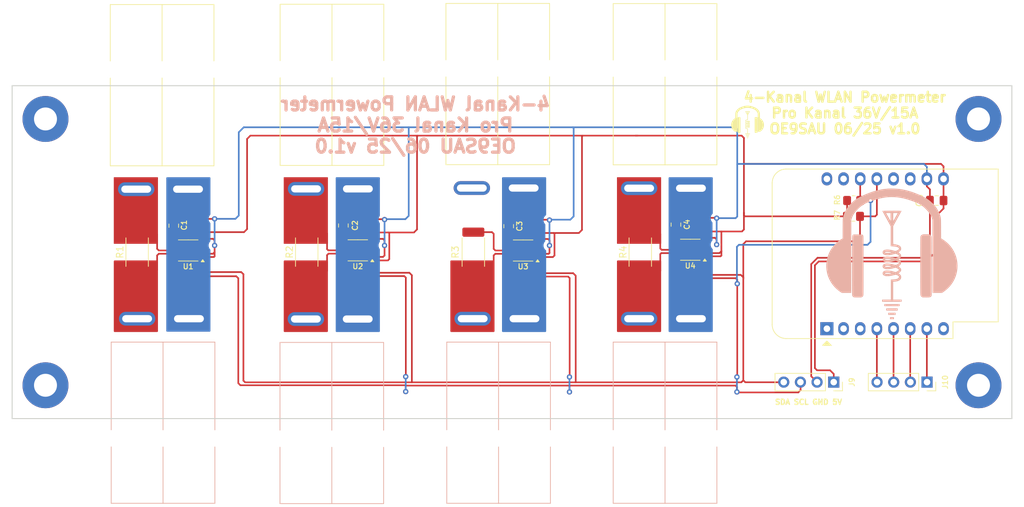
<source format=kicad_pcb>
(kicad_pcb (version 20240108) (generator "pcbnew") (generator_version "8.0")
  (layers (0 "F.Cu" signal) (31 "B.Cu" signal) (34 "B.Paste" user) (35 "F.Paste" user) (36 "B.SilkS" user "B.Silkscreen") (37 "F.SilkS" user "F.Silkscreen") (38 "B.Mask" user) (39 "F.Mask" user) (44 "Edge.Cuts" user))
  (net 0 "")
  (net 2 "Net-(J1-Pin_1)")
  (net 3 "+5V")
  (net 4 "GND")
  (net 5 "Net-(J2-Pin_1)")
  (net 6 "Net-(J9-Pin_4)")
  (net 7 "Net-(J9-Pin_3)")
  (net 9 "Net-(J3-Pin_1)")
  (net 10 "Net-(J4-Pin_1)")
  (net 11 "Net-(J5-Pin_1)")
  (net 12 "Net-(J6-Pin_1)")
  (net 13 "Net-(J7-Pin_1)")
  (net 14 "Net-(J8-Pin_1)")
  (net 15 "unconnected-(U4-~{Alert}-Pad3)")
  (net 20 "Net-(J10-Pin_3)")
  (net 23 "Net-(J10-Pin_1)")
  (net 24 "Net-(J10-Pin_2)")
  (net 25 "Net-(J10-Pin_4)")
  (net 29 "Net-(J1-Pin_2)")
  (net 30 "Net-(J3-Pin_2)")
  (net 31 "Net-(J5-Pin_2)")
  (net 32 "Net-(J7-Pin_2)")
  (footprint "Connector_Anderson:PowerPole_PP45_1336G1_1x2_Horizontal" (layer "F.Cu") (at 115.9256 79.248)
    (property "Reference" "J3" (hide yes))
    (property "Value" "Conn_01x02")
  )
  (footprint "MountingHole:MountingHole_3.5mm_Pad" (layer "F.Cu") (at 76.2 68.58)
    (property "Reference" "H1" (hide yes))
    (property "Value" "MountingHole_Pad")
  )
  (footprint "Capacitor_SMD:C_0805_2012Metric_Pad1.18x1.45mm_HandSolder" (layer "F.Cu") (at 146.812 84.9415 90)
    (property "Reference" "C3")
    (property "Value" "100nF")
  )
  (footprint "Package_SO:VSSOP-10_3x3mm_P0.5mm" (layer "F.Cu") (at 97.958 88.646 180)
    (property "Reference" "U1")
    (property "Value" "INA226")
  )
  (footprint "Resistor_SMD:R_2512_6332Metric_Pad1.40x3.35mm_HandSolder" (layer "F.Cu") (at 90.17 88.9 90)
    (property "Reference" "R1")
    (property "Value" "R002")
  )
  (footprint "MountingHole:MountingHole_3.5mm_Pad" (layer "F.Cu") (at 218.44 68.58)
    (property "Reference" "H3" (hide yes))
    (property "Value" "MountingHole_Pad")
  )
  (footprint "Resistor_SMD:R_2512_6332Metric_Pad1.40x3.35mm_HandSolder" (layer "F.Cu") (at 166.878 88.9 90)
    (property "Reference" "R4")
    (property "Value" "R002")
  )
  (footprint "LOGO" (layer "F.Cu") (at 183.2356 69.0372)
    (property "Reference" "G0" (hide yes))
    (property "Value" "LOGO" (hide yes))
  )
  (footprint "MountingHole:MountingHole_3.5mm_Pad" (layer "F.Cu") (at 76.2 109.22)
    (property "Reference" "H2" (hide yes))
    (property "Value" "MountingHole_Pad")
  )
  (footprint "Capacitor_SMD:C_0805_2012Metric_Pad1.18x1.45mm_HandSolder" (layer "F.Cu") (at 95.758 84.8653 90)
    (property "Reference" "C1")
    (property "Value" "100nF")
  )
  (footprint "MountingHole:MountingHole_3.5mm_Pad" (layer "F.Cu") (at 218.44 109.22)
    (property "Reference" "H4" (hide yes))
    (property "Value" "MountingHole_Pad")
  )
  (footprint "Module:WEMOS_D1_mini_light" (layer "F.Cu") (at 195.326 100.584 90)
    (property "Reference" "U5" (hide yes))
    (property "Value" "WeMos_D1_mini")
  )
  (footprint "Resistor_SMD:R_0805_2012Metric_Pad1.20x1.40mm_HandSolder" (layer "F.Cu") (at 199.406 81.026)
    (property "Reference" "R6")
    (property "Value" "4k7")
  )
  (footprint "Resistor_SMD:R_2512_6332Metric_Pad1.40x3.35mm_HandSolder" (layer "F.Cu") (at 141.4272 88.902 -90)
    (property "Reference" "R3")
    (property "Value" "R002")
  )
  (footprint "Capacitor_SMD:C_0805_2012Metric_Pad1.18x1.45mm_HandSolder" (layer "F.Cu") (at 121.6152 84.836 90)
    (property "Reference" "C2")
    (property "Value" "100nF")
  )
  (footprint "Capacitor_SMD:C_0805_2012Metric_Pad1.18x1.45mm_HandSolder" (layer "F.Cu") (at 172.3136 84.7024 90)
    (property "Reference" "C4")
    (property "Value" "100nF")
  )
  (footprint "Package_SO:VSSOP-10_3x3mm_P0.5mm" (layer "F.Cu") (at 123.8152 88.63 180)
    (property "Reference" "U2")
    (property "Value" "INA226")
  )
  (footprint "Connector_Anderson:PowerPole_PP45_1336G1_1x2_Horizontal" (layer "F.Cu") (at 141.198 79.121)
    (property "Reference" "J5" (hide yes))
    (property "Value" "Conn_01x02")
  )
  (footprint "Resistor_SMD:R_2512_6332Metric_Pad1.40x3.35mm_HandSolder" (layer "F.Cu") (at 116.0272 88.898 90)
    (property "Reference" "R2")
    (property "Value" "R002")
  )
  (footprint "Capacitor_SMD:C_0805_2012Metric_Pad1.18x1.45mm_HandSolder" (layer "F.Cu") (at 212.0685 81.026 180)
    (property "Reference" "C5")
    (property "Value" "100nF")
  )
  (footprint "Connector_PinSocket_2.54mm:PinSocket_1x04_P2.54mm_Vertical" (layer "F.Cu") (at 196.3674 108.7374 -90)
    (property "Reference" "J9")
    (property "Value" "Conn_01x04_Socket")
  )
  (footprint "Resistor_SMD:R_0805_2012Metric_Pad1.20x1.40mm_HandSolder" (layer "F.Cu") (at 199.374 83.439)
    (property "Reference" "R7")
    (property "Value" "4k7")
  )
  (footprint "Connector_Anderson:PowerPole_PP45_1336G1_1x2_Horizontal" (layer "F.Cu") (at 90.03 79.296)
    (property "Reference" "J1" (hide yes))
    (property "Value" "Conn_01x02")
  )
  (footprint "Package_SO:VSSOP-10_3x3mm_P0.5mm" (layer "F.Cu") (at 149.012 88.654 180)
    (property "Reference" "U3")
    (property "Value" "INA226")
  )
  (footprint "Connector_PinSocket_2.54mm:PinSocket_1x04_P2.54mm_Vertical" (layer "F.Cu") (at 210.5914 108.7374 -90)
    (property "Reference" "J10")
    (property "Value" "Conn_01x04_Socket")
  )
  (footprint "Connector_Anderson:PowerPole_PP45_1336G1_1x2_Horizontal" (layer "F.Cu") (at 166.6996 79.1464)
    (property "Reference" "J7" (hide yes))
    (property "Value" "Conn_01x02")
  )
  (footprint "Package_SO:VSSOP-10_3x3mm_P0.5mm" (layer "F.Cu") (at 174.498 88.535 180)
    (property "Reference" "U4")
    (property "Value" "INA226")
  )
  (footprint "Connector_Anderson:PowerPole_PP45_1336G1_1x2_Horizontal" (layer "B.Cu") (at 141.325 99.06)
    (property "Reference" "J6" (hide yes))
    (property "Value" "Conn_01x02")
  )
  (footprint "LOGO" (layer "B.Cu") (at 205.232 89.154 180)
    (property "Reference" "G1" (hide yes))
    (property "Value" "LOGO" (hide yes))
  )
  (footprint "Connector_Anderson:PowerPole_PP45_1336G1_1x2_Horizontal" (layer "B.Cu") (at 115.8996 99.1108)
    (property "Reference" "J4" (hide yes))
    (property "Value" "Conn_01x02")
  )
  (footprint "Connector_Anderson:PowerPole_PP45_1336G1_1x2_Horizontal" (layer "B.Cu") (at 90.17 99.06)
    (property "Reference" "J2" (hide yes))
    (property "Value" "Conn_01x02")
  )
  (footprint "Connector_Anderson:PowerPole_PP45_1336G1_1x2_Horizontal" (layer "B.Cu") (at 166.6996 99.06)
    (property "Reference" "J8" (hide yes))
    (property "Value" "Conn_01x02")
  )
  (gr_line (start 223.52 63.5) (end 71.12 63.5) (stroke (width 0.15)) (layer "Edge.Cuts"))
  (gr_line (start 223.52 114.3) (end 223.52 63.5) (stroke (width 0.15)) (layer "Edge.Cuts"))
  (gr_line (start 71.12 63.5) (end 71.12 114.3) (stroke (width 0.15)) (layer "Edge.Cuts"))
  (gr_line (start 71.12 114.3) (end 223.52 114.3) (stroke (width 0.15)) (layer "Edge.Cuts"))
  (gr_text "4-Kanal WLAN Powermeter\nPro Kanal 36V/15A\nOE9SAU 06/25 v1.0" (at 132.588 73.914 0) (layer "B.SilkS") (effects (font (size 2 2) (thickness 0.5) (bold yes)) (justify bottom mirror)))
  (gr_text "4-Kanal WLAN Powermeter\nPro Kanal 36V/15A\nOE9SAU 06/25 v1.0" (at 198.0692 70.9676 0) (layer "F.SilkS") (effects (font (size 1.5 1.5) (thickness 0.375) (bold yes)) (justify bottom)))
  (gr_text "SDA SCL GND 5V" (at 192.532 112.2426 0) (layer "F.SilkS") (effects (font (size 0.8 0.8) (thickness 0.2) (bold yes)) (justify bottom)))
  (segment (start 93.472 88.646) (end 93.218 88.392) (width 0.25) (layer "F.Cu") (net 2))
  (segment (start 93.218 88.392) (end 93.218 86.233) (width 0.25) (layer "F.Cu") (net 2))
  (segment (start 97.028 88.9) (end 97.028 89.408) (width 0.25) (layer "F.Cu") (net 2))
  (segment (start 92.835 85.85) (end 90.17 85.85) (width 0.25) (layer "F.Cu") (net 2))
  (segment (start 96.774 88.646) (end 97.028 88.9) (width 0.25) (layer "F.Cu") (net 2))
  (segment (start 97.028 89.408) (end 96.79 89.646) (width 0.25) (layer "F.Cu") (net 2))
  (segment (start 93.218 86.233) (end 92.835 85.85) (width 0.25) (layer "F.Cu") (net 2))
  (segment (start 95.758 88.646) (end 93.472 88.646) (width 0.25) (layer "F.Cu") (net 2))
  (segment (start 95.758 88.646) (end 96.774 88.646) (width 0.25) (layer "F.Cu") (net 2))
  (segment (start 90.17 79.69) (end 90.03 79.55) (width 0.25) (layer "F.Cu") (net 2))
  (segment (start 96.79 89.646) (end 95.758 89.646) (width 0.25) (layer "F.Cu") (net 2))
  (segment (start 195.8086 106.934) (end 193.8274 106.934) (width 0.25) (layer "F.Cu") (net 3))
  (segment (start 95.758 86.36) (end 95.758 87.646) (width 0.25) (layer "F.Cu") (net 3))
  (segment (start 107.442 71.12) (end 106.934 71.628) (width 0.25) (layer "F.Cu") (net 3))
  (segment (start 182.6768 75.438) (end 182.6768 71.4756) (width 0.25) (layer "F.Cu") (net 3))
  (segment (start 182.6768 85.4456) (end 182.6768 82.8987) (width 0.25) (layer "F.Cu") (net 3))
  (segment (start 198.406 83.407) (end 198.374 83.439) (width 0.25) (layer "F.Cu") (net 3))
  (segment (start 196.3674 108.7374) (end 196.3674 107.4928) (width 0.25) (layer "F.Cu") (net 3))
  (segment (start 178.9383 89.0524) (end 179.2431 88.7476) (width 0.25) (layer "F.Cu") (net 3))
  (segment (start 106.934 85.381) (end 106.463 85.852) (width 0.25) (layer "F.Cu") (net 3))
  (segment (start 124.714 89.916) (end 124.968 90.17) (width 0.25) (layer "F.Cu") (net 3))
  (segment (start 213.106 75.819) (end 212.725 75.438) (width 0.25) (layer "F.Cu") (net 3))
  (segment (start 151.212 89.654) (end 153.551 89.654) (width 0.25) (layer "F.Cu") (net 3))
  (segment (start 157.517 85.979) (end 153.67 85.979) (width 0.25) (layer "F.Cu") (net 3))
  (segment (start 128.397 90.17) (end 128.614 89.953) (width 0.25) (layer "F.Cu") (net 3))
  (segment (start 146.812 85.979) (end 146.812 87.654) (width 0.25) (layer "F.Cu") (net 3))
  (segment (start 132.842 71.247) (end 132.842 85.4318) (width 0.25) (layer "F.Cu") (net 3))
  (segment (start 172.3136 87.462) (end 172.298 87.4776) (width 0.25) (layer "F.Cu") (net 3))
  (segment (start 166.497 71.12) (end 166.1668 71.12) (width 0.25) (layer "F.Cu") (net 3))
  (segment (start 172.3136 85.7399) (end 172.3241 85.7504) (width 0.25) (layer "F.Cu") (net 3))
  (segment (start 126.0152 89.13) (end 124.992 89.13) (width 0.25) (layer "F.Cu") (net 3))
  (segment (start 121.8322 86.1084) (end 121.6152 86.3254) (width 0.25) (layer "F.Cu") (net 3))
  (segment (start 172.3241 85.7504) (end 182.372 85.7504) (width 0.25) (layer "F.Cu") (net 3))
  (segment (start 193.4972 106.6038) (end 193.4972 90.9066) (width 0.25) (layer "F.Cu") (net 3))
  (segment (start 157.988 85.508) (end 157.517 85.979) (width 0.25) (layer "F.Cu") (net 3))
  (segment (start 213.106 77.724) (end 213.106 75.819) (width 0.25) (layer "F.Cu") (net 3))
  (segment (start 182.372 85.7504) (end 182.6768 85.4456) (width 0.25) (layer "F.Cu") (net 3))
  (segment (start 182.6768 75.438) (end 183.4711 75.438) (width 0.25) (layer "F.Cu") (net 3))
  (segment (start 158.115 71.12) (end 157.988 71.247) (width 0.25) (layer "F.Cu") (net 3))
  (segment (start 132.842 85.4318) (end 132.371 85.9028) (width 0.25) (layer "F.Cu") (net 3))
  (segment (start 176.7662 89.535) (end 179.1208 89.535) (width 0.25) (layer "F.Cu") (net 3))
  (segment (start 106.463 85.852) (end 96.266 85.852) (width 0.25) (layer "F.Cu") (net 3))
  (segment (start 182.3212 71.12) (end 166.1668 71.12) (width 0.25) (layer "F.Cu") (net 3))
  (segment (start 198.374 83.439) (end 182.8038 83.439) (width 0.25) (layer "F.Cu") (net 3))
  (segment (start 106.934 71.628) (end 106.934 85.381) (width 0.25) (layer "F.Cu") (net 3))
  (segment (start 124.968 90.17) (end 128.397 90.17) (width 0.25) (layer "F.Cu") (net 3))
  (segment (start 157.988 71.247) (end 157.988 85.508) (width 0.25) (layer "F.Cu") (net 3))
  (segment (start 182.8038 83.439) (end 182.6768 83.312) (width 0.25) (layer "F.Cu") (net 3))
  (segment (start 182.6768 83.312) (end 182.6768 82.8987) (width 0.25) (layer "F.Cu") (net 3))
  (segment (start 153.67 85.979) (end 147.32 85.979) (width 0.25) (layer "F.Cu") (net 3))
  (segment (start 172.3136 85.7399) (end 172.3136 87.462) (width 0.25) (layer "F.Cu") (net 3))
  (segment (start 194.0814 90.3224) (end 210.439 90.3224) (width 0.25) (layer "F.Cu") (net 3))
  (segment (start 210.439 90.3224) (end 211.5566 89.2048) (width 0.25) (layer "F.Cu") (net 3))
  (segment (start 132.371 85.9028) (end 122.174 85.9028) (width 0.25) (layer "F.Cu") (net 3))
  (segment (start 179.1208 89.535) (end 179.2431 89.4127) (width 0.25) (layer "F.Cu") (net 3))
  (segment (start 179.2431 89.4127) (end 179.2431 88.7476) (width 0.25) (layer "F.Cu") (net 3))
  (segment (start 182.6768 71.4756) (end 182.3212 71.12) (width 0.25) (layer "F.Cu") (net 3))
  (segment (start 124.714 89.408) (end 124.714 89.916) (width 0.25) (layer "F.Cu") (net 3))
  (segment (start 153.797 89.408) (end 153.797 86.106) (width 0.25) (layer "F.Cu") (net 3))
  (segment (start 212.725 75.438) (end 183.4711 75.438) (width 0.25) (layer "F.Cu") (net 3))
  (segment (start 176.7728 89.0524) (end 178.9383 89.0524) (width 0.25) (layer "F.Cu") (net 3))
  (segment (start 132.969 71.12) (end 132.842 71.247) (width 0.25) (layer "F.Cu") (net 3))
  (segment (start 182.6768 82.8987) (end 182.6768 75.438) (width 0.25) (layer "F.Cu") (net 3))
  (segment (start 166.1668 71.12) (end 107.442 71.12) (width 0.25) (layer "F.Cu") (net 3))
  (segment (start 153.551 89.654) (end 153.797 89.408) (width 0.25) (layer "F.Cu") (net 3))
  (segment (start 179.2431 88.7476) (end 179.2431 85.7711) (width 0.25) (layer "F.Cu") (net 3))
  (segment (start 193.8274 106.934) (end 193.4972 106.6038) (width 0.25) (layer "F.Cu") (net 3))
  (segment (start 96.266 85.852) (end 95.758 86.36) (width 0.25) (layer "F.Cu") (net 3))
  (segment (start 196.3674 107.4928) (end 195.8086 106.934) (width 0.25) (layer "F.Cu") (net 3))
  (segment (start 198.406 81.026) (end 198.406 83.407) (width 0.25) (layer "F.Cu") (net 3))
  (segment (start 179.2431 85.7711) (end 179.2224 85.7504) (width 0.25) (layer "F.Cu") (net 3))
  (segment (start 213.106 77.724) (end 213.106 81.026) (width 0.25) (layer "F.Cu") (net 3))
  (segment (start 153.797 86.106) (end 153.67 85.979) (width 0.25) (layer "F.Cu") (net 3))
  (segment (start 211.5566 83.7946) (end 213.106 82.2452) (width 0.25) (layer "F.Cu") (net 3))
  (segment (start 121.6152 86.3254) (end 121.6152 87.6114) (width 0.25) (layer "F.Cu") (net 3))
  (segment (start 128.614 89.953) (end 128.614 86.0436) (width 0.25) (layer "F.Cu") (net 3))
  (segment (start 211.5566 89.2048) (end 211.5566 83.7946) (width 0.25) (layer "F.Cu") (net 3))
  (segment (start 128.4732 85.9028) (end 128.4224 85.9028) (width 0.25) (layer "F.Cu") (net 3))
  (segment (start 124.992 89.13) (end 124.714 89.408) (width 0.25) (layer "F.Cu") (net 3))
  (segment (start 172.298 86.2447) (end 172.3136 86.2291) (width 0.25) (layer "F.Cu") (net 3))
  (segment (start 193.4972 90.9066) (end 194.0814 90.3224) (width 0.25) (layer "F.Cu") (net 3))
  (segment (start 213.106 82.2452) (end 213.106 81.026) (width 0.25) (layer "F.Cu") (net 3))
  (segment (start 173.3564 88.035) (end 173.5074 87.884) (width 0.25) (layer "F.Cu") (net 4))
  (segment (start 210.566 78.867) (end 211.031 79.332) (width 0.25) (layer "F.Cu") (net 4))
  (segment (start 121.666 83.8786) (end 127.762 83.8786) (width 0.25) (layer "F.Cu") (net 4))
  (segment (start 122.8344 87.9856) (end 122.8344 87.1307) (width 0.25) (layer "F.Cu") (net 4))
  (segment (start 101.981 88.9) (end 101.981 87.884) (width 0.25) (layer "F.Cu") (net 4))
  (segment (start 152.908 89.154) (end 153.035 89.027) (width 0.25) (layer "F.Cu") (net 4))
  (segment (start 172.3296 88.035) (end 173.3564 88.035) (width 0.25) (layer "F.Cu") (net 4))
  (segment (start 96.9772 88.0364) (end 96.9772 87.0204) (width 0.25) (layer "F.Cu") (net 4))
  (segment (start 211.031 88.9684) (end 210.2358 89.7636) (width 0.25) (layer "F.Cu") (net 4))
  (segment (start 127.6437 86.8767) (end 127.889 87.122) (width 0.25) (layer "F.Cu") (net 4))
  (segment (start 101.735 89.146) (end 101.981 88.9) (width 0.25) (layer "F.Cu") (net 4))
  (segment (start 178.5112 86.9696) (end 178.5112 87.7316) (width 0.25) (layer "F.Cu") (net 4))
  (segment (start 192.9384 107.8484) (end 193.8274 108.7374) (width 0.25) (layer "F.Cu") (net 4))
  (segment (start 122.6653 88.1547) (end 122.8344 87.9856) (width 0.25) (layer "F.Cu") (net 4))
  (segment (start 153.0604 87.1474) (end 153.0604 87.9094) (width 0.25) (layer "F.Cu") (net 4))
  (segment (start 96.9772 87.0204) (end 97.1296 86.868) (width 0.25) (layer "F.Cu") (net 4))
  (segment (start 97.1296 86.868) (end 101.727 86.868) (width 0.25) (layer "F.Cu") (net 4))
  (segment (start 173.6598 86.7156) (end 178.2572 86.7156) (width 0.25) (layer "F.Cu") (net 4))
  (segment (start 211.031 79.332) (end 211.031 81.026) (width 0.25) (layer "F.Cu") (net 4))
  (segment (start 146.812 83.9548) (end 152.908 83.9548) (width 0.25) (layer "F.Cu") (net 4))
  (segment (start 193.9036 89.7636) (end 192.9384 90.7288) (width 0.25) (layer "F.Cu") (net 4))
  (segment (start 123.0884 86.8767) (end 127.6437 86.8767) (width 0.25) (layer "F.Cu") (net 4))
  (segment (start 101.727 86.868) (end 101.981 87.122) (width 0.25) (layer "F.Cu") (net 4))
  (segment (start 127.889 87.122) (end 127.889 87.884) (width 0.25) (layer "F.Cu") (net 4))
  (segment (start 121.5644 88.1547) (end 122.6653 88.1547) (width 0.25) (layer "F.Cu") (net 4))
  (segment (start 173.5074 87.884) (end 173.5074 86.868) (width 0.25) (layer "F.Cu") (net 4))
  (segment (start 96.8676 88.146) (end 96.9772 88.0364) (width 0.25) (layer "F.Cu") (net 4))
  (segment (start 210.2358 89.7636) (end 193.9036 89.7636) (width 0.25) (layer "F.Cu") (net 4))
  (segment (start 147.947 88.1714) (end 148.0566 88.0618) (width 0.25) (layer "F.Cu") (net 4))
  (segment (start 178.4673 83.6676) (end 178.5181 83.7184) (width 0.25) (layer "F.Cu") (net 4))
  (segment (start 100.158 89.646) (end 101.87 89.646) (width 0.25) (layer "F.Cu") (net 4))
  (segment (start 101.87 89.646) (end 101.981 89.535) (width 0.25) (layer "F.Cu") (net 4))
  (segment (start 127.889 87.884) (end 127.889 89.408) (width 0.25) (layer "F.Cu") (net 4))
  (segment (start 101.981 87.122) (end 101.981 87.884) (width 0.25) (layer "F.Cu") (net 4))
  (segment (start 173.5074 86.868) (end 173.6598 86.7156) (width 0.25) (layer "F.Cu") (net 4))
  (segment (start 127.667 89.63) (end 126.0152 89.63) (width 0.25) (layer "F.Cu") (net 4))
  (segment (start 153.035 89.027) (end 153.035 87.884) (width 0.25) (layer "F.Cu") (net 4))
  (segment (start 122.8344 87.1307) (end 123.0884 86.8767) (width 0.25) (layer "F.Cu") (net 4))
  (segment (start 95.758 88.146) (end 96.8676 88.146) (width 0.25) (layer "F.Cu") (net 4))
  (segment (start 178.2572 86.7156) (end 178.5112 86.9696) (width 0.25) (layer "F.Cu") (net 4))
  (segment (start 152.8064 86.8934) (end 153.0604 87.1474) (width 0.25) (layer "F.Cu") (net 4))
  (segment (start 101.981 89.535) (end 101.981 88.9) (width 0.25) (layer "F.Cu") (net 4))
  (segment (start 148.0566 88.0618) (end 148.0566 87.0458) (width 0.25) (layer "F.Cu") (net 4))
  (segment (start 172.3136 83.6649) (end 172.3163 83.6676) (width 0.25) (layer "F.Cu") (net 4))
  (segment (start 210.566 77.724) (end 210.566 78.867) (width 0.25) (layer "F.Cu") (net 4))
  (segment (start 95.758 83.8278) (end 101.854 83.8278) (width 0.25) (layer "F.Cu") (net 4))
  (segment (start 148.0566 87.0458) (end 148.209 86.8934) (width 0.25) (layer "F.Cu") (net 4))
  (segment (start 146.8374 88.1714) (end 147.947 88.1714) (width 0.25) (layer "F.Cu") (net 4))
  (segment (start 127.889 89.408) (end 127.667 89.63) (width 0.25) (layer "F.Cu") (net 4))
  (segment (start 172.3163 83.6676) (end 178.4673 83.6676) (width 0.25) (layer "F.Cu") (net 4))
  (segment (start 192.9384 90.7288) (end 192.9384 107.8484) (width 0.25) (layer "F.Cu") (net 4))
  (segment (start 211.031 81.026) (end 211.031 88.9684) (width 0.25) (layer "F.Cu") (net 4))
  (segment (start 100.158 89.146) (end 101.735 89.146) (width 0.25) (layer "F.Cu") (net 4))
  (segment (start 148.209 86.8934) (end 152.8064 86.8934) (width 0.25) (layer "F.Cu") (net 4))
  (segment (start 151.212 89.154) (end 152.908 89.154) (width 0.25) (layer "F.Cu") (net 4))
  (via (at 178.5181 87.757) (size 0.8) (drill 0.4) (layers "F.Cu" "B.Cu") (net 4))
  (via (at 178.5181 83.7184) (size 0.8) (drill 0.4) (layers "F.Cu" "B.Cu") (net 4))
  (via (at 101.981 83.82) (size 0.8) (drill 0.4) (layers "F.Cu" "B.Cu") (net 4))
  (via (at 127.889 83.9294) (size 0.8) (drill 0.4) (layers "F.Cu" "B.Cu") (net 4))
  (via (at 101.981 87.884) (size 0.8) (drill 0.4) (layers "F.Cu" "B.Cu") (net 4))
  (via (at 153.035 84.0056) (size 0.8) (drill 0.4) (layers "F.Cu" "B.Cu") (net 4))
  (via (at 153.035 87.884) (size 0.8) (drill 0.4) (layers "F.Cu" "B.Cu") (net 4))
  (via (at 127.889 87.884) (size 0.8) (drill 0.4) (layers "F.Cu" "B.Cu") (net 4))
  (segment (start 153.035 88.011) (end 153.035 83.947) (width 0.25) (layer "B.Cu") (net 4))
  (segment (start 181.6608 75.565) (end 181.6608 70.1548) (width 0.25) (layer "B.Cu") (net 4))
  (segment (start 131.064 83.8708) (end 131.572 83.3628) (width 0.25) (layer "B.Cu") (net 4))
  (segment (start 178.5181 83.7184) (end 181.4068 83.7184) (width 0.25) (layer "B.Cu") (net 4))
  (segment (start 105.664 70.612) (end 105.664 83.312) (width 0.25) (layer "B.Cu") (net 4))
  (segment (start 106.426 69.85) (end 105.664 70.612) (width 0.25) (layer "B.Cu") (net 4))
  (segment (start 156.718 83.439) (end 156.718 69.977) (width 0.25) (layer "B.Cu") (net 4))
  (segment (start 101.981 83.82) (end 101.981 87.884) (width 0.25) (layer "B.Cu") (net 4))
  (segment (start 181.356 69.85) (end 106.426 69.85) (width 0.25) (layer "B.Cu") (net 4))
  (segment (start 105.664 83.312) (end 105.156 83.82) (width 0.25) (layer "B.Cu") (net 4))
  (segment (start 131.572 83.3628) (end 131.572 69.85) (width 0.25) (layer "B.Cu") (net 4))
  (segment (start 128.0746 83.82) (end 127.889 84.0056) (width 0.25) (layer "B.Cu") (net 4))
  (segment (start 178.5181 84.2264) (end 178.5181 83.7184) (width 0.25) (layer "B.Cu") (net 4))
  (segment (start 156.718 69.977) (end 156.591 69.85) (width 0.25) (layer "B.Cu") (net 4))
  (segment (start 105.156 83.82) (end 101.981 83.82) (width 0.25) (layer "B.Cu") (net 4))
  (segment (start 181.4068 83.7184) (end 181.6608 83.4644) (width 0.25) (layer "B.Cu") (net 4))
  (segment (start 127.889 83.8708) (end 131.064 83.8708) (width 0.25) (layer "B.Cu") (net 4))
  (segment (start 127.889 88.011) (end 127.889 83.947) (width 0.25) (layer "B.Cu") (net 4))
  (segment (start 181.7116 75.438) (end 181.6608 75.4888) (width 0.25) (layer "B.Cu") (net 4))
  (segment (start 156.21 83.947) (end 156.718 83.439) (width 0.25) (layer "B.Cu") (net 4))
  (segment (start 181.6608 70.1548) (end 181.356 69.85) (width 0.25) (layer "B.Cu") (net 4))
  (segment (start 178.5181 83.7184) (end 178.5181 87.757) (width 0.25) (layer "B.Cu") (net 4))
  (segment (start 181.6608 83.4644) (end 181.6608 75.565) (width 0.25) (layer "B.Cu") (net 4))
  (segment (start 153.035 83.947) (end 156.21 83.947) (width 0.25) (layer "B.Cu") (net 4))
  (segment (start 210.1088 75.438) (end 181.7116 75.438) (width 0.25) (layer "B.Cu") (net 4))
  (segment (start 210.566 77.724) (end 210.566 75.8952) (width 0.25) (layer "B.Cu") (net 4))
  (segment (start 181.6608 75.4888) (end 181.6608 75.565) (width 0.25) (layer "B.Cu") (net 4))
  (segment (start 210.566 75.8952) (end 210.1088 75.438) (width 0.25) (layer "B.Cu") (net 4))
  (segment (start 93.218 91.567) (end 93.218 89.408) (width 0.25) (layer "F.Cu") (net 5))
  (segment (start 92.835 91.95) (end 93.218 91.567) (width 0.25) (layer "F.Cu") (net 5))
  (segment (start 90.17 91.95) (end 92.835 91.95) (width 0.25) (layer "F.Cu") (net 5))
  (segment (start 93.48 89.146) (end 95.758 89.146) (width 0.25) (layer "F.Cu") (net 5))
  (segment (start 93.218 89.408) (end 93.48 89.146) (width 0.25) (layer "F.Cu") (net 5))
  (segment (start 149.2568 88.1824) (end 151.1248 88.1824) (width 0.25) (layer "F.Cu") (net 6))
  (segment (start 157.03 108.712) (end 157.03 92.4996) (width 0.25) (layer "F.Cu") (net 6))
  (segment (start 174.8972 92.3726) (end 174.6322 92.1076) (width 0.25) (layer "F.Cu") (net 6))
  (segment (start 200.374 83.439) (end 200.374 86.9) (width 0.25) (layer "F.Cu") (net 6))
  (segment (start 183.007 87.249) (end 182.5824 87.6736) (width 0.25) (layer "F.Cu") (net 6))
  (segment (start 106.6364 108.77) (end 106.3752 108.5088) (width 0.25) (layer "F.Cu") (net 6))
  (segment (start 98.298 88.519) (end 98.671 88.146) (width 0.25) (layer "F.Cu") (net 6))
  (segment (start 132.0546 92.4306) (end 131.6736 92.0496) (width 0.25) (layer "F.Cu") (net 6))
  (segment (start 149.0798 88.3594) (end 149.2568 88.1824) (width 0.25) (layer "F.Cu") (net 6))
  (segment (start 132.0292 108.77) (end 106.6364 108.77) (width 0.25) (layer "F.Cu") (net 6))
  (segment (start 149.0798 91.879) (end 149.0798 88.3594) (width 0.25) (layer "F.Cu") (net 6))
  (segment (start 98.298 91.7956) (end 98.298 88.519) (width 0.25) (layer "F.Cu") (net 6))
  (segment (start 200.374 86.9) (end 200.025 87.249) (width 0.25) (layer "F.Cu") (net 6))
  (segment (start 202.946 77.724) (end 202.946 83.185) (width 0.25) (layer "F.Cu") (net 6))
  (segment (start 202.692 83.439) (end 200.374 83.439) (width 0.25) (layer "F.Cu") (net 6))
  (segment (start 124.333 92.0496) (end 124.1044 91.821) (width 0.25) (layer "F.Cu") (net 6))
  (segment (start 131.6736 92.0496) (end 124.333 92.0496) (width 0.25) (layer "F.Cu") (net 6))
  (segment (start 182.8872 108.7628) (end 188.4426 108.7628) (width 0.25) (layer "F.Cu") (net 6))
  (segment (start 124.1044 88.2904) (end 124.2814 88.1134) (width 0.25) (layer "F.Cu") (net 6))
  (segment (start 132.0546 108.7446) (end 132.0546 92.4306) (width 0.25) (layer "F.Cu") (net 6))
  (segment (start 182.5824 108.458) (end 182.5824 92.964) (width 0.25) (layer "F.Cu") (net 6))
  (segment (start 157.03 92.4996) (end 156.649 92.1186) (width 0.25) (layer "F.Cu") (net 6))
  (segment (start 182.5824 87.6736) (end 182.5824 92.964) (width 0.25) (layer "F.Cu") (net 6))
  (segment (start 182.5824 108.458) (end 182.8872 108.7628) (width 0.25) (layer "F.Cu") (net 6))
  (segment (start 106.3752 108.5088) (end 106.3752 92.2782) (width 0.25) (layer "F.Cu") (net 6))
  (segment (start 156.972 108.77) (end 157.03 108.712) (width 0.25) (layer "F.Cu") (net 6))
  (segment (start 182.2704 108.77) (end 182.3629 108.6775) (width 0.25) (layer "F.Cu") (net 6))
  (segment (start 182.5824 92.7536) (end 182.2014 92.3726) (width 0.25) (layer "F.Cu") (net 6))
  (segment (start 132.0292 108.77) (end 182.2704 108.77) (width 0.25) (layer "F.Cu") (net 6))
  (segment (start 174.6322 92.1076) (end 174.6322 88.3086) (width 0.25) (layer "F.Cu") (net 6))
  (segment (start 98.4504 91.948) (end 98.298 91.7956) (width 0.25) (layer "F.Cu") (net 6))
  (segment (start 174.9058 88.035) (end 176.698 88.035) (width 0.25) (layer "F.Cu") (net 6))
  (segment (start 132.0292 108.77) (end 132.0546 108.7446) (width 0.25) (layer "F.Cu") (net 6))
  (segment (start 98.671 88.146) (end 100.158 88.146) (width 0.25) (layer "F.Cu") (net 6))
  (segment (start 188.4426 108.7628) (end 188.7728 109.093) (width 0.25) (layer "F.Cu") (net 6))
  (segment (start 182.2014 92.3726) (end 174.8972 92.3726) (width 0.25) (layer "F.Cu") (net 6))
  (segment (start 202.946 83.185) (end 202.692 83.439) (width 0.25) (layer "F.Cu") (net 6))
  (segment (start 200.025 87.249) (end 183.007 87.249) (width 0.25) (layer "F.Cu") (net 6))
  (segment (start 124.2814 88.1134) (end 126.1494 88.1134) (width 0.25) (layer "F.Cu") (net 6))
  (segment (start 182.3629 108.6775) (end 182.5824 108.458) (width 0.25) (layer "F.Cu") (net 6))
  (segment (start 106.3752 92.2782) (end 106.045 91.948) (width 0.25) (layer "F.Cu") (net 6))
  (segment (start 182.5824 92.964) (end 182.5824 92.7536) (width 0.25) (layer "F.Cu") (net 6))
  (segment (start 106.045 91.948) (end 98.4504 91.948) (width 0.25) (layer "F.Cu") (net 6))
  (segment (start 124.1044 91.821) (end 124.1044 88.2904) (width 0.25) (layer "F.Cu") (net 6))
  (segment (start 174.6322 88.3086) (end 174.9058 88.035) (width 0.25) (layer "F.Cu") (net 6))
  (segment (start 149.3194 92.1186) (end 149.0798 91.879) (width 0.25) (layer "F.Cu") (net 6))
  (segment (start 156.649 92.1186) (end 149.3194 92.1186) (width 0.25) (layer "F.Cu") (net 6))
  (segment (start 97.79 87.884) (end 97.79 92.202) (width 0.25) (layer "F.Cu") (net 7))
  (segment (start 100.158 87.646) (end 98.028 87.646) (width 0.25) (layer "F.Cu") (net 7))
  (segment (start 181.6608 93.1164) (end 181.6608 107.8992) (width 0.25) (layer "F.Cu") (net 7))
  (segment (start 174.1822 87.8188) (end 174.1822 92.4814) (width 0.25) (layer "F.Cu") (net 7))
  (segment (start 156.1084 92.8624) (end 156.1084 107.95) (width 0.25) (layer "F.Cu") (net 7))
  (segment (start 148.9948 87.6824) (end 148.6298 88.0474) (width 0.25) (layer "F.Cu") (net 7))
  (segment (start 148.6298 92.2274) (end 149.029 92.6266) (width 0.25) (layer "F.Cu") (net 7))
  (segment (start 131.1148 110.1852) (end 131.1148 109.22) (width 0.25) (layer "F.Cu") (net 7))
  (segment (start 105.918 109.22) (end 131.1148 109.22) (width 0.25) (layer "F.Cu") (net 7))
  (segment (start 124.0536 92.5576) (end 130.8972 92.5576) (width 0.25) (layer "F.Cu") (net 7))
  (segment (start 190.9572 110.3122) (end 191.3128 109.9566) (width 0.25) (layer "F.Cu") (net 7))
  (segment (start 149.029 92.6266) (end 155.8726 92.6266) (width 0.25) (layer "F.Cu") (net 7))
  (segment (start 155.8726 92.6266) (end 156.1084 92.8624) (width 0.25) (layer "F.Cu") (net 7))
  (segment (start 151.1248 87.6824) (end 148.9948 87.6824) (width 0.25) (layer "F.Cu") (net 7))
  (segment (start 131.133 107.881) (end 131.1148 107.8992) (width 0.25) (layer "F.Cu") (net 7))
  (segment (start 191.3128 109.9566) (end 191.3128 109.093) (width 0.25) (layer "F.Cu") (net 7))
  (segment (start 200.406 77.724) (end 200.406 81.026) (width 0.25) (layer "F.Cu") (net 7))
  (segment (start 176.0692 87.5284) (end 174.4726 87.5284) (width 0.25) (layer "F.Cu") (net 7))
  (segment (start 105.283 92.583) (end 105.595 92.895) (width 0.25) (layer "F.Cu") (net 7))
  (segment (start 174.4726 87.5284) (end 174.1822 87.8188) (width 0.25) (layer "F.Cu") (net 7))
  (segment (start 123.6544 87.9784) (end 123.6544 92.1584) (width 0.25) (layer "F.Cu") (net 7))
  (segment (start 131.133 92.7934) (end 131.133 107.881) (width 0.25) (layer "F.Cu") (net 7))
  (segment (start 98.171 92.583) (end 105.283 92.583) (width 0.25) (layer "F.Cu") (net 7))
  (segment (start 148.6298 88.0474) (end 148.6298 92.2274) (width 0.25) (layer "F.Cu") (net 7))
  (segment (start 181.61 109.474) (end 181.3996 109.2636) (width 0.25) (layer "F.Cu") (net 7))
  (segment (start 126.1494 87.6134) (end 124.0194 87.6134) (width 0.25) (layer "F.Cu") (net 7))
  (segment (start 130.8972 92.5576) (end 131.133 92.7934) (width 0.25) (layer "F.Cu") (net 7))
  (segment (start 181.6862 110.3122) (end 190.9572 110.3122) (width 0.25) (layer "F.Cu") (net 7))
  (segment (start 105.595 108.897) (end 105.918 109.22) (width 0.25) (layer "F.Cu") (net 7))
  (segment (start 124.0194 87.6134) (end 123.6544 87.9784) (width 0.25) (layer "F.Cu") (net 7))
  (segment (start 174.5814 92.8806) (end 181.425 92.8806) (width 0.25) (layer "F.Cu") (net 7))
  (segment (start 156.083 110.236) (end 156.083 109.2708) (width 0.25) (layer "F.Cu") (net 7))
  (segment (start 200.406 81.026) (end 201.9808 81.026) (width 0.25) (layer "F.Cu") (net 7))
  (segment (start 181.61 110.236) (end 181.61 109.474) (width 0.25) (layer "F.Cu") (net 7))
  (segment (start 176.0946 87.5538) (end 176.0692 87.5284) (width 0.25) (layer "F.Cu") (net 7))
  (segment (start 181.6608 107.8992) (end 181.61 107.95) (width 0.25) (layer "F.Cu") (net 7))
  (segment (start 181.61 110.236) (end 181.6862 110.3122) (width 0.25) (layer "F.Cu") (net 7))
  (segment (start 98.028 87.646) (end 97.79 87.884) (width 0.25) (layer "F.Cu") (net 7))
  (segment (start 181.425 92.8806) (end 181.6608 93.1164) (width 0.25) (layer "F.Cu") (net 7))
  (segment (start 174.1822 92.4814) (end 174.5814 92.8806) (width 0.25) (layer "F.Cu") (net 7))
  (segment (start 105.595 92.895) (end 105.595 108.897) (width 0.25) (layer "F.Cu") (net 7))
  (segment (start 123.6544 92.1584) (end 124.0536 92.5576) (width 0.25) (layer "F.Cu") (net 7))
  (segment (start 131.1584 109.2636) (end 131.1148 109.22) (width 0.25) (layer "F.Cu") (net 7))
  (segment (start 97.79 92.202) (end 98.171 92.583) (width 0.25) (layer "F.Cu") (net 7))
  (segment (start 181.3996 109.2636) (end 131.1584 109.2636) (width 0.25) (layer "F.Cu") (net 7))
  (via (at 201.9808 81.026) (size 0.8) (drill 0.4) (layers "F.Cu" "B.Cu") (net 7))
  (via (at 181.61 107.95) (size 0.8) (drill 0.4) (layers "F.Cu" "B.Cu") (net 7))
  (via (at 156.083 110.236) (size 0.8) (drill 0.4) (layers "F.Cu" "B.Cu") (net 7))
  (via (at 156.083 107.95) (size 0.8) (drill 0.4) (layers "F.Cu" "B.Cu") (net 7))
  (via (at 131.1148 107.8992) (size 0.8) (drill 0.4) (layers "F.Cu" "B.Cu") (net 7))
  (via (at 131.1148 110.1852) (size 0.8) (drill 0.4) (layers "F.Cu" "B.Cu") (net 7))
  (via (at 181.61 110.236) (size 0.8) (drill 0.4) (layers "F.Cu" "B.Cu") (net 7))
  (via (at 181.6608 93.726) (size 0.8) (drill 0.4) (layers "F.Cu" "B.Cu") (net 7))
  (segment (start 201.5236 87.7824) (end 181.9148 87.7824) (width 0.25) (layer "B.Cu") (net 7))
  (segment (start 181.61 110.236) (end 181.61 107.95) (width 0.25) (layer "B.Cu") (net 7))
  (segment (start 201.9808 87.3252) (end 201.5236 87.7824) (width 0.25) (layer "B.Cu") (net 7))
  (segment (start 181.61 93.6752) (end 181.6608 93.726) (width 0.25) (layer "B.Cu") (net 7))
  (segment (start 156.083 110.236) (end 156.083 107.95) (width 0.25) (layer "B.Cu") (net 7))
  (segment (start 131.1148 110.1852) (end 131.1148 107.8992) (width 0.25) (layer "B.Cu") (net 7))
  (segment (start 201.9808 81.026) (end 201.9808 87.3252) (width 0.25) (layer "B.Cu") (net 7))
  (segment (start 181.9148 87.7824) (end 181.61 88.0872) (width 0.25) (layer "B.Cu") (net 7))
  (segment (start 181.61 88.0872) (end 181.61 93.6752) (width 0.25) (layer "B.Cu") (net 7))
  (segment (start 118.9188 85.848) (end 116.0272 85.848) (width 0.25) (layer "F.Cu") (net 9))
  (segment (start 119.126 86.0552) (end 118.9188 85.848) (width 0.25) (layer "F.Cu") (net 9))
  (segment (start 119.126 88.4428) (end 119.126 86.0552) (width 0.25) (layer "F.Cu") (net 9))
  (segment (start 122.714 89.63) (end 121.6152 89.63) (width 0.25) (layer "F.Cu") (net 9))
  (segment (start 122.8852 88.8492) (end 122.8852 89.4588) (width 0.25) (layer "F.Cu") (net 9))
  (segment (start 119.3132 88.63) (end 119.126 88.4428) (width 0.25) (layer "F.Cu") (net 9))
  (segment (start 121.6152 88.63) (end 119.3132 88.63) (width 0.25) (layer "F.Cu") (net 9))
  (segment (start 122.8852 89.4588) (end 122.714 89.63) (width 0.25) (layer "F.Cu") (net 9))
  (segment (start 122.666 88.63) (end 122.8852 88.8492) (width 0.25) (layer "F.Cu") (net 9))
  (segment (start 121.6152 88.63) (end 122.666 88.63) (width 0.25) (layer "F.Cu") (net 9))
  (segment (start 119.126 89.3572) (end 119.3532 89.13) (width 0.25) (layer "F.Cu") (net 10))
  (segment (start 119.126 91.7448) (end 119.126 89.3572) (width 0.25) (layer "F.Cu") (net 10))
  (segment (start 116.0272 91.948) (end 118.9228 91.948) (width 0.25) (layer "F.Cu") (net 10))
  (segment (start 118.9228 91.948) (end 119.126 91.7448) (width 0.25) (layer "F.Cu") (net 10))
  (segment (start 119.3532 89.13) (end 121.6152 89.13) (width 0.25) (layer "F.Cu") (net 10))
  (segment (start 148.082 89.408) (end 148.082 88.9) (width 0.25) (layer "F.Cu") (net 11))
  (segment (start 144.526 86.106) (end 144.272 85.852) (width 0.25) (layer "F.Cu") (net 11))
  (segment (start 144.526 88.392) (end 144.526 86.106) (width 0.25) (layer "F.Cu") (net 11))
  (segment (start 144.272 85.852) (end 141.4272 85.852) (width 0.25) (layer "F.Cu") (net 11))
  (segment (start 147.836 89.654) (end 148.082 89.408) (width 0.25) (layer "F.Cu") (net 11))
  (segment (start 144.788 88.654) (end 144.526 88.392) (width 0.25) (layer "F.Cu") (net 11))
  (segment (start 148.082 88.9) (end 147.836 88.654) (width 0.25) (layer "F.Cu") (net 11))
  (segment (start 146.812 89.654) (end 147.836 89.654) (width 0.25) (layer "F.Cu") (net 11))
  (segment (start 147.836 88.654) (end 146.812 88.654) (width 0.25) (layer "F.Cu") (net 11))
  (segment (start 146.812 88.654) (end 144.788 88.654) (width 0.25) (layer "F.Cu") (net 11))
  (segment (start 144.526 91.694) (end 144.268 91.952) (width 0.25) (layer "F.Cu") (net 12))
  (segment (start 146.812 89.154) (end 144.78 89.154) (width 0.25) (layer "F.Cu") (net 12))
  (segment (start 144.526 89.408) (end 144.526 91.694) (width 0.25) (layer "F.Cu") (net 12))
  (segment (start 144.268 91.952) (end 141.4272 91.952) (width 0.25) (layer "F.Cu") (net 12))
  (segment (start 144.78 89.154) (end 144.526 89.408) (width 0.25) (layer "F.Cu") (net 12))
  (segment (start 169.6192 85.85) (end 166.878 85.85) (width 0.25) (layer "F.Cu") (net 13))
  (segment (start 173.3296 89.5604) (end 172.3996 89.5604) (width 0.25) (layer "F.Cu") (net 13))
  (segment (start 173.5328 89.3572) (end 173.3296 89.5604) (width 0.25) (layer "F.Cu") (net 13))
  (segment (start 172.3836 88.5444) (end 173.3296 88.5444) (width 0.25) (layer "F.Cu") (net 13))
  (segment (start 169.926 86.1568) (end 169.6192 85.85) (width 0.25) (layer "F.Cu") (net 13))
  (segment (start 173.3296 88.5444) (end 173.5328 88.7476) (width 0.25) (layer "F.Cu") (net 13))
  (segment (start 170.1292 88.5444) (end 169.926 88.3412) (width 0.25) (layer "F.Cu") (net 13))
  (segment (start 169.926 88.3412) (end 169.926 86.1568) (width 0.25) (layer "F.Cu") (net 13))
  (segment (start 173.5328 88.7476) (end 173.5328 89.3572) (width 0.25) (layer "F.Cu") (net 13))
  (segment (start 172.2312 88.5444) (end 170.1292 88.5444) (width 0.25) (layer "F.Cu") (net 13))
  (segment (start 169.926 89.2048) (end 169.926 91.7448) (width 0.25) (layer "F.Cu") (net 14))
  (segment (start 170.0784 89.0524) (end 169.926 89.2048) (width 0.25) (layer "F.Cu") (net 14))
  (segment (start 169.926 91.7448) (end 169.7208 91.95) (width 0.25) (layer "F.Cu") (net 14))
  (segment (start 172.2232 89.0524) (end 170.0784 89.0524) (width 0.25) (layer "F.Cu") (net 14))
  (segment (start 169.7208 91.95) (end 166.878 91.95) (width 0.25) (layer "F.Cu") (net 14))
  (segment (start 176.5856 88.51) (end 176.5946 88.519) (width 0.25) (layer "F.Cu") (net 15))
  (segment (start 205.486 100.584) (end 205.486 108.712) (width 0.25) (layer "F.Cu") (net 20))
  (segment (start 205.486 108.712) (end 205.5114 108.7374) (width 0.25) (layer "F.Cu") (net 20))
  (segment (start 210.566 108.712) (end 210.5914 108.7374) (width 0.25) (layer "F.Cu") (net 23))
  (segment (start 210.566 100.584) (end 210.566 108.712) (width 0.25) (layer "F.Cu") (net 23))
  (segment (start 208.026 108.712) (end 208.0514 108.7374) (width 0.25) (layer "F.Cu") (net 24))
  (segment (start 208.026 100.584) (end 208.026 108.712) (width 0.25) (layer "F.Cu") (net 24))
  (segment (start 202.946 100.584) (end 202.946 108.712) (width 0.25) (layer "F.Cu") (net 25))
  (segment (start 202.946 108.712) (end 202.9714 108.7374) (width 0.25) (layer "F.Cu") (net 25))
  (zone (net 2) (net_name "Net-(J1-Pin_1)") (layer "F.Cu") (priority 1) (connect_pads yes (clearance 0)) (min_thickness 0.1) (fill yes (thermal_gap 0.1) (thermal_bridge_width 0.1) (island_removal_mode 1) (island_area_min 10))
    (polygon (pts (xy 86.614 77.47) (xy 86.614 87.63) (xy 93.345 87.63) (xy 93.345 77.47)))
  )
  (zone (net 14) (net_name "Net-(J8-Pin_1)") (layer "F.Cu") (priority 2) (connect_pads yes (clearance 0.508)) (min_thickness 0.25) (fill yes (thermal_gap 0.5) (thermal_bridge_width 0.5) (island_removal_mode 1) (island_area_min 10))
    (polygon (pts (xy 163.322 90.17) (xy 163.322 101.092) (xy 170.053 101.092) (xy 170.053 90.17)))
  )
  (zone (net 12) (net_name "Net-(J6-Pin_1)") (layer "F.Cu") (priority 2) (connect_pads yes (clearance 0.508)) (min_thickness 0.25) (fill yes (thermal_gap 0.5) (thermal_bridge_width 0.5) (island_removal_mode 1) (island_area_min 10))
    (polygon (pts (xy 137.922 90.17) (xy 137.922 101.092) (xy 144.653 101.092) (xy 144.653 90.17)))
  )
  (zone (net 9) (net_name "Net-(J3-Pin_1)") (layer "F.Cu") (priority 1) (connect_pads yes (clearance 0)) (min_thickness 0.1) (fill yes (thermal_gap 0.1) (thermal_bridge_width 0.1) (island_removal_mode 1) (island_area_min 10))
    (polygon (pts (xy 112.522 77.47) (xy 112.522 87.63) (xy 119.253 87.63) (xy 119.253 77.47)))
  )
  (zone (net 13) (net_name "Net-(J7-Pin_1)") (layer "F.Cu") (priority 1) (connect_pads yes (clearance 0)) (min_thickness 0.1) (fill yes (thermal_gap 0.1) (thermal_bridge_width 0.1) (island_removal_mode 1) (island_area_min 10))
    (polygon (pts (xy 163.322 77.47) (xy 163.322 87.63) (xy 170.053 87.63) (xy 170.053 77.47)))
  )
  (zone (net 5) (net_name "Net-(J2-Pin_1)") (layer "F.Cu") (priority 2) (connect_pads yes (clearance 0.508)) (min_thickness 0.25) (fill yes (thermal_gap 0.5) (thermal_bridge_width 0.5) (island_removal_mode 1) (island_area_min 10))
    (polygon (pts (xy 86.614 90.17) (xy 86.614 101.092) (xy 93.345 101.092) (xy 93.345 90.17)))
  )
  (zone (net 10) (net_name "Net-(J4-Pin_1)") (layer "F.Cu") (priority 2) (connect_pads yes (clearance 0.508)) (min_thickness 0.25) (fill yes (thermal_gap 0.5) (thermal_bridge_width 0.5) (island_removal_mode 1) (island_area_min 10))
    (polygon (pts (xy 112.522 90.17) (xy 112.522 101.092) (xy 119.253 101.092) (xy 119.253 90.17)))
  )
  (zone (net 29) (net_name "Net-(J1-Pin_2)") (layer "B.Cu") (connect_pads (clearance 0.508)) (min_thickness 0.25) (fill yes (thermal_gap 0.5) (thermal_bridge_width 0.5))
    (polygon (pts (xy 94.615 77.47) (xy 94.615 101.0412) (xy 101.346 101.0412) (xy 101.346 77.47)))
  )
  (zone (net 30) (net_name "Net-(J3-Pin_2)") (layer "B.Cu") (connect_pads (clearance 0.508)) (min_thickness 0.25) (fill yes (thermal_gap 0.5) (thermal_bridge_width 0.5))
    (polygon (pts (xy 120.4468 77.47) (xy 120.4468 101.092) (xy 127.1778 101.092) (xy 127.1778 77.47)))
  )
  (zone (net 32) (net_name "Net-(J7-Pin_2)") (layer "B.Cu") (connect_pads (clearance 0.508)) (min_thickness 0.25) (fill yes (thermal_gap 0.5) (thermal_bridge_width 0.5))
    (polygon (pts (xy 171.196 77.47) (xy 171.196 101.092) (xy 177.927 101.092) (xy 177.927 77.47)))
  )
  (zone (net 31) (net_name "Net-(J5-Pin_2)") (layer "B.Cu") (connect_pads (clearance 0.508)) (min_thickness 0.25) (fill yes (thermal_gap 0.5) (thermal_bridge_width 0.5))
    (polygon (pts (xy 145.796 77.47) (xy 145.796 101.092) (xy 152.527 101.092) (xy 152.527 77.47)))
  )
)
</source>
